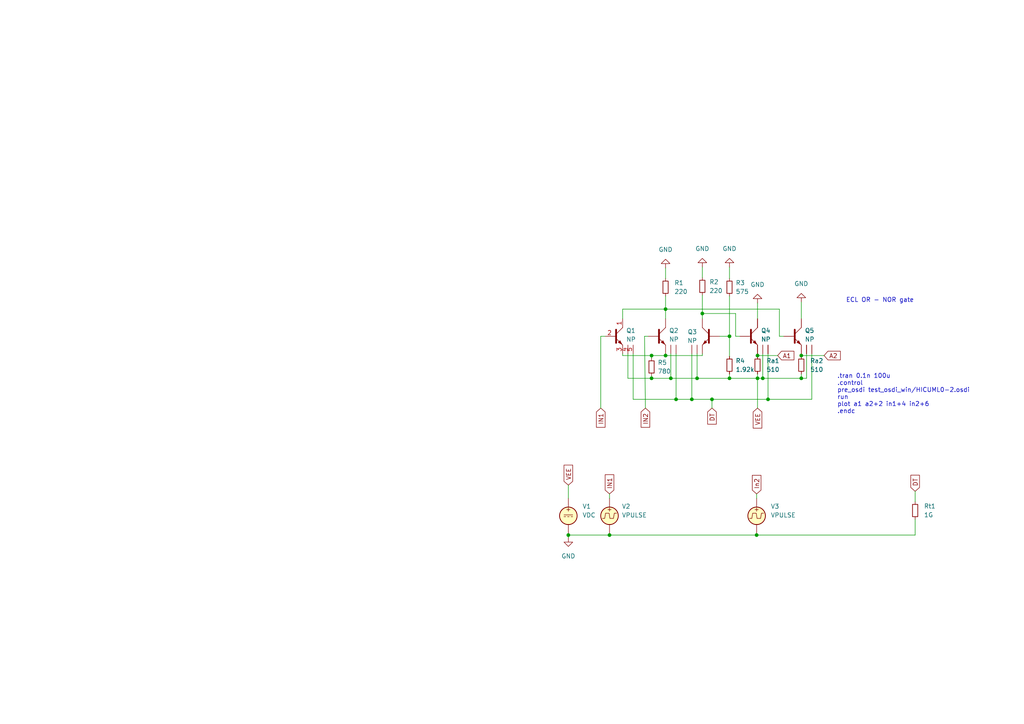
<source format=kicad_sch>
(kicad_sch (version 20211123) (generator eeschema)

  (uuid 35461762-06be-4c9e-bf12-e38db35c4dcf)

  (paper "A4")

  (lib_symbols
    (symbol "BCV61_1" (pin_names (offset 0) hide) (in_bom yes) (on_board yes)
      (property "Reference" "Q1" (id 0) (at 6.096 1.6511 0)
        (effects (font (size 1.27 1.27)) (justify left))
      )
      (property "Value" "NP" (id 1) (at 6.096 -0.8889 0)
        (effects (font (size 1.27 1.27)) (justify left))
      )
      (property "Footprint" "" (id 2) (at 0 0 0)
        (effects (font (size 1.27 1.27) italic) hide)
      )
      (property "Datasheet" "" (id 3) (at -2.54 0 0)
        (effects (font (size 1.27 1.27)) (justify left) hide)
      )
      (property "Spice_Primitive" "Q" (id 4) (at 0 0 0)
        (effects (font (size 1.27 1.27)) hide)
      )
      (property "Spice_Model" "NP" (id 5) (at 0 0 0)
        (effects (font (size 1.27 1.27)) hide)
      )
      (property "Spice_Netlist_Enabled" "Y" (id 6) (at 0 0 0)
        (effects (font (size 1.27 1.27)) hide)
      )
      (property "Spice_Lib_File" "bipmod.lib" (id 7) (at 0 0 0)
        (effects (font (size 1.27 1.27)) hide)
      )
      (property "ki_keywords" "Transistor Double NPN" (id 8) (at 0 0 0)
        (effects (font (size 1.27 1.27)) hide)
      )
      (property "ki_description" "100mA IC, 30V Vce, Double NPN Transistors, Current mirror configuration, SOT-143" (id 9) (at 0 0 0)
        (effects (font (size 1.27 1.27)) hide)
      )
      (property "ki_fp_filters" "SOT?143*" (id 10) (at 0 0 0)
        (effects (font (size 1.27 1.27)) hide)
      )
      (symbol "BCV61_1_0_0"
        (pin passive line (at 6.604 -5.08 90) (length 2.54)
          (name "S" (effects (font (size 1.27 1.27))))
          (number "4" (effects (font (size 1.27 1.27))))
        )
        (pin passive line (at 8.128 -5.08 90) (length 2.54)
          (name "DT" (effects (font (size 1.27 1.27))))
          (number "5" (effects (font (size 1.27 1.27))))
        )
      )
      (symbol "BCV61_1_0_1"
        (polyline
          (pts
            (xy 2.54 0)
            (xy 3.302 0)
          )
          (stroke (width 0.1524) (type default) (color 0 0 0 0))
          (fill (type none))
        )
        (polyline
          (pts
            (xy 5.08 -2.54)
            (xy 3.175 -0.635)
          )
          (stroke (width 0) (type default) (color 0 0 0 0))
          (fill (type none))
        )
        (polyline
          (pts
            (xy 5.08 2.54)
            (xy 3.175 0.635)
          )
          (stroke (width 0) (type default) (color 0 0 0 0))
          (fill (type none))
        )
        (polyline
          (pts
            (xy 3.175 -1.905)
            (xy 3.175 1.905)
            (xy 3.175 1.905)
          )
          (stroke (width 0.508) (type default) (color 0 0 0 0))
          (fill (type outline))
        )
        (polyline
          (pts
            (xy 3.81 -1.778)
            (xy 4.318 -1.27)
            (xy 4.826 -2.286)
            (xy 3.81 -1.778)
            (xy 3.81 -1.778)
          )
          (stroke (width 0) (type default) (color 0 0 0 0))
          (fill (type outline))
        )
      )
      (symbol "BCV61_1_1_1"
        (pin passive line (at 5.08 5.08 270) (length 2.54)
          (name "C" (effects (font (size 1.27 1.27))))
          (number "1" (effects (font (size 1.27 1.27))))
        )
        (pin passive line (at 0 0 0) (length 2.54)
          (name "B" (effects (font (size 1.27 1.27))))
          (number "2" (effects (font (size 1.27 1.27))))
        )
        (pin passive line (at 5.08 -5.08 90) (length 2.54)
          (name "E" (effects (font (size 1.27 1.27))))
          (number "3" (effects (font (size 1.27 1.27))))
        )
      )
    )
    (symbol "Device:R_Small" (pin_numbers hide) (pin_names (offset 0.254) hide) (in_bom yes) (on_board yes)
      (property "Reference" "R" (id 0) (at 0.762 0.508 0)
        (effects (font (size 1.27 1.27)) (justify left))
      )
      (property "Value" "R_Small" (id 1) (at 0.762 -1.016 0)
        (effects (font (size 1.27 1.27)) (justify left))
      )
      (property "Footprint" "" (id 2) (at 0 0 0)
        (effects (font (size 1.27 1.27)) hide)
      )
      (property "Datasheet" "~" (id 3) (at 0 0 0)
        (effects (font (size 1.27 1.27)) hide)
      )
      (property "ki_keywords" "R resistor" (id 4) (at 0 0 0)
        (effects (font (size 1.27 1.27)) hide)
      )
      (property "ki_description" "Resistor, small symbol" (id 5) (at 0 0 0)
        (effects (font (size 1.27 1.27)) hide)
      )
      (property "ki_fp_filters" "R_*" (id 6) (at 0 0 0)
        (effects (font (size 1.27 1.27)) hide)
      )
      (symbol "R_Small_0_1"
        (rectangle (start -0.762 1.778) (end 0.762 -1.778)
          (stroke (width 0.2032) (type default) (color 0 0 0 0))
          (fill (type none))
        )
      )
      (symbol "R_Small_1_1"
        (pin passive line (at 0 2.54 270) (length 0.762)
          (name "~" (effects (font (size 1.27 1.27))))
          (number "1" (effects (font (size 1.27 1.27))))
        )
        (pin passive line (at 0 -2.54 90) (length 0.762)
          (name "~" (effects (font (size 1.27 1.27))))
          (number "2" (effects (font (size 1.27 1.27))))
        )
      )
    )
    (symbol "ECL_Bip:npn" (pin_numbers hide) (pin_names (offset 0) hide) (in_bom yes) (on_board yes)
      (property "Reference" "Q1" (id 0) (at 6.096 1.6511 0)
        (effects (font (size 1.27 1.27)) (justify left))
      )
      (property "Value" "npn" (id 1) (at 6.096 -0.8889 0)
        (effects (font (size 1.27 1.27)) (justify left))
      )
      (property "Footprint" "" (id 2) (at 0 0 0)
        (effects (font (size 1.27 1.27) italic) hide)
      )
      (property "Datasheet" "" (id 3) (at -2.54 0 0)
        (effects (font (size 1.27 1.27)) (justify left) hide)
      )
      (property "Spice_Primitive" "Q" (id 4) (at 0 0 0)
        (effects (font (size 1.27 1.27)) hide)
      )
      (property "Spice_Model" "NP" (id 5) (at 0 0 0)
        (effects (font (size 1.27 1.27)) hide)
      )
      (property "Spice_Netlist_Enabled" "Y" (id 6) (at 0 0 0)
        (effects (font (size 1.27 1.27)) hide)
      )
      (property "Spice_Lib_File" "bipmod.lib" (id 7) (at 0 0 0)
        (effects (font (size 1.27 1.27)) hide)
      )
      (property "ki_keywords" "Transistor Double NPN" (id 8) (at 0 0 0)
        (effects (font (size 1.27 1.27)) hide)
      )
      (property "ki_description" "100mA IC, 30V Vce, Double NPN Transistors, Current mirror configuration, SOT-143" (id 9) (at 0 0 0)
        (effects (font (size 1.27 1.27)) hide)
      )
      (property "ki_fp_filters" "SOT?143*" (id 10) (at 0 0 0)
        (effects (font (size 1.27 1.27)) hide)
      )
      (symbol "npn_0_0"
        (pin passive line (at 6.604 -5.08 90) (length 2.54)
          (name "S" (effects (font (size 1.27 1.27))))
          (number "4" (effects (font (size 1.27 1.27))))
        )
        (pin passive line (at 8.128 -5.08 90) (length 2.54)
          (name "DT" (effects (font (size 1.27 1.27))))
          (number "5" (effects (font (size 1.27 1.27))))
        )
      )
      (symbol "npn_0_1"
        (polyline
          (pts
            (xy 2.54 0)
            (xy 3.302 0)
          )
          (stroke (width 0.1524) (type default) (color 0 0 0 0))
          (fill (type none))
        )
        (polyline
          (pts
            (xy 5.08 -2.54)
            (xy 3.175 -0.635)
          )
          (stroke (width 0) (type default) (color 0 0 0 0))
          (fill (type none))
        )
        (polyline
          (pts
            (xy 5.08 2.54)
            (xy 3.175 0.635)
          )
          (stroke (width 0) (type default) (color 0 0 0 0))
          (fill (type none))
        )
        (polyline
          (pts
            (xy 3.175 -1.905)
            (xy 3.175 1.905)
            (xy 3.175 1.905)
          )
          (stroke (width 0.508) (type default) (color 0 0 0 0))
          (fill (type outline))
        )
        (polyline
          (pts
            (xy 3.81 -1.778)
            (xy 4.318 -1.27)
            (xy 4.826 -2.286)
            (xy 3.81 -1.778)
            (xy 3.81 -1.778)
          )
          (stroke (width 0) (type default) (color 0 0 0 0))
          (fill (type outline))
        )
      )
      (symbol "npn_1_1"
        (pin passive line (at 5.08 5.08 270) (length 2.54)
          (name "C" (effects (font (size 1.27 1.27))))
          (number "1" (effects (font (size 1.27 1.27))))
        )
        (pin passive line (at 0 0 0) (length 2.54)
          (name "B" (effects (font (size 1.27 1.27))))
          (number "2" (effects (font (size 1.27 1.27))))
        )
        (pin passive line (at 5.08 -5.08 90) (length 2.54)
          (name "E" (effects (font (size 1.27 1.27))))
          (number "3" (effects (font (size 1.27 1.27))))
        )
      )
    )
    (symbol "Simulation_SPICE:VDC" (pin_numbers hide) (pin_names (offset 0.0254)) (in_bom yes) (on_board yes)
      (property "Reference" "V" (id 0) (at 2.54 2.54 0)
        (effects (font (size 1.27 1.27)) (justify left))
      )
      (property "Value" "VDC" (id 1) (at 2.54 0 0)
        (effects (font (size 1.27 1.27)) (justify left))
      )
      (property "Footprint" "" (id 2) (at 0 0 0)
        (effects (font (size 1.27 1.27)) hide)
      )
      (property "Datasheet" "~" (id 3) (at 0 0 0)
        (effects (font (size 1.27 1.27)) hide)
      )
      (property "Spice_Netlist_Enabled" "Y" (id 4) (at 0 0 0)
        (effects (font (size 1.27 1.27)) (justify left) hide)
      )
      (property "Spice_Primitive" "V" (id 5) (at 0 0 0)
        (effects (font (size 1.27 1.27)) (justify left) hide)
      )
      (property "Spice_Model" "dc(1)" (id 6) (at 2.54 -2.54 0)
        (effects (font (size 1.27 1.27)) (justify left))
      )
      (property "ki_keywords" "simulation" (id 7) (at 0 0 0)
        (effects (font (size 1.27 1.27)) hide)
      )
      (property "ki_description" "Voltage source, DC" (id 8) (at 0 0 0)
        (effects (font (size 1.27 1.27)) hide)
      )
      (symbol "VDC_0_0"
        (polyline
          (pts
            (xy -1.27 0.254)
            (xy 1.27 0.254)
          )
          (stroke (width 0) (type default) (color 0 0 0 0))
          (fill (type none))
        )
        (polyline
          (pts
            (xy -0.762 -0.254)
            (xy -1.27 -0.254)
          )
          (stroke (width 0) (type default) (color 0 0 0 0))
          (fill (type none))
        )
        (polyline
          (pts
            (xy 0.254 -0.254)
            (xy -0.254 -0.254)
          )
          (stroke (width 0) (type default) (color 0 0 0 0))
          (fill (type none))
        )
        (polyline
          (pts
            (xy 1.27 -0.254)
            (xy 0.762 -0.254)
          )
          (stroke (width 0) (type default) (color 0 0 0 0))
          (fill (type none))
        )
        (text "+" (at 0 1.905 0)
          (effects (font (size 1.27 1.27)))
        )
      )
      (symbol "VDC_0_1"
        (circle (center 0 0) (radius 2.54)
          (stroke (width 0.254) (type default) (color 0 0 0 0))
          (fill (type background))
        )
      )
      (symbol "VDC_1_1"
        (pin passive line (at 0 5.08 270) (length 2.54)
          (name "~" (effects (font (size 1.27 1.27))))
          (number "1" (effects (font (size 1.27 1.27))))
        )
        (pin passive line (at 0 -5.08 90) (length 2.54)
          (name "~" (effects (font (size 1.27 1.27))))
          (number "2" (effects (font (size 1.27 1.27))))
        )
      )
    )
    (symbol "Simulation_SPICE:VPULSE" (pin_numbers hide) (pin_names (offset 0.0254)) (in_bom yes) (on_board yes)
      (property "Reference" "V" (id 0) (at 2.54 2.54 0)
        (effects (font (size 1.27 1.27)) (justify left))
      )
      (property "Value" "VPULSE" (id 1) (at 2.54 0 0)
        (effects (font (size 1.27 1.27)) (justify left))
      )
      (property "Footprint" "" (id 2) (at 0 0 0)
        (effects (font (size 1.27 1.27)) hide)
      )
      (property "Datasheet" "~" (id 3) (at 0 0 0)
        (effects (font (size 1.27 1.27)) hide)
      )
      (property "Spice_Netlist_Enabled" "Y" (id 4) (at 0 0 0)
        (effects (font (size 1.27 1.27)) (justify left) hide)
      )
      (property "Spice_Primitive" "V" (id 5) (at 0 0 0)
        (effects (font (size 1.27 1.27)) (justify left) hide)
      )
      (property "Spice_Model" "pulse(0 1 2n 2n 2n 50n 100n)" (id 6) (at 2.54 -2.54 0)
        (effects (font (size 1.27 1.27)) (justify left))
      )
      (property "ki_keywords" "simulation" (id 7) (at 0 0 0)
        (effects (font (size 1.27 1.27)) hide)
      )
      (property "ki_description" "Voltage source, pulse" (id 8) (at 0 0 0)
        (effects (font (size 1.27 1.27)) hide)
      )
      (symbol "VPULSE_0_0"
        (polyline
          (pts
            (xy -2.032 -0.762)
            (xy -1.397 -0.762)
            (xy -1.143 0.762)
            (xy -0.127 0.762)
            (xy 0.127 -0.762)
            (xy 1.143 -0.762)
            (xy 1.397 0.762)
            (xy 2.032 0.762)
          )
          (stroke (width 0) (type default) (color 0 0 0 0))
          (fill (type none))
        )
        (text "+" (at 0 1.905 0)
          (effects (font (size 1.27 1.27)))
        )
      )
      (symbol "VPULSE_0_1"
        (circle (center 0 0) (radius 2.54)
          (stroke (width 0.254) (type default) (color 0 0 0 0))
          (fill (type background))
        )
      )
      (symbol "VPULSE_1_1"
        (pin passive line (at 0 5.08 270) (length 2.54)
          (name "~" (effects (font (size 1.27 1.27))))
          (number "1" (effects (font (size 1.27 1.27))))
        )
        (pin passive line (at 0 -5.08 90) (length 2.54)
          (name "~" (effects (font (size 1.27 1.27))))
          (number "2" (effects (font (size 1.27 1.27))))
        )
      )
    )
    (symbol "power:GND" (power) (pin_names (offset 0)) (in_bom yes) (on_board yes)
      (property "Reference" "#PWR" (id 0) (at 0 -6.35 0)
        (effects (font (size 1.27 1.27)) hide)
      )
      (property "Value" "GND" (id 1) (at 0 -3.81 0)
        (effects (font (size 1.27 1.27)))
      )
      (property "Footprint" "" (id 2) (at 0 0 0)
        (effects (font (size 1.27 1.27)) hide)
      )
      (property "Datasheet" "" (id 3) (at 0 0 0)
        (effects (font (size 1.27 1.27)) hide)
      )
      (property "ki_keywords" "power-flag" (id 4) (at 0 0 0)
        (effects (font (size 1.27 1.27)) hide)
      )
      (property "ki_description" "Power symbol creates a global label with name \"GND\" , ground" (id 5) (at 0 0 0)
        (effects (font (size 1.27 1.27)) hide)
      )
      (symbol "GND_0_1"
        (polyline
          (pts
            (xy 0 0)
            (xy 0 -1.27)
            (xy 1.27 -1.27)
            (xy 0 -2.54)
            (xy -1.27 -1.27)
            (xy 0 -1.27)
          )
          (stroke (width 0) (type default) (color 0 0 0 0))
          (fill (type none))
        )
      )
      (symbol "GND_1_1"
        (pin power_in line (at 0 0 270) (length 0) hide
          (name "GND" (effects (font (size 1.27 1.27))))
          (number "1" (effects (font (size 1.27 1.27))))
        )
      )
    )
  )

  (junction (at 211.582 97.536) (diameter 0) (color 0 0 0 0)
    (uuid 0684d741-5ff3-4114-8c9b-84389e30d30f)
  )
  (junction (at 232.41 103.124) (diameter 0) (color 0 0 0 0)
    (uuid 0f5b0a0e-2d33-4722-bea5-0ee7b2154aae)
  )
  (junction (at 222.758 115.824) (diameter 0) (color 0 0 0 0)
    (uuid 1c4a66e8-d928-4d31-874c-58cf83672eee)
  )
  (junction (at 219.71 109.728) (diameter 0) (color 0 0 0 0)
    (uuid 2dc5d3f4-3fa9-432c-8e3b-cd2e42e99027)
  )
  (junction (at 200.66 115.824) (diameter 0) (color 0 0 0 0)
    (uuid 2dec6fc6-7b8d-437b-a1d0-24f0b89ec767)
  )
  (junction (at 202.184 109.728) (diameter 0) (color 0 0 0 0)
    (uuid 3bb1dfb1-f615-4071-acc3-a2d879574938)
  )
  (junction (at 221.234 109.728) (diameter 0) (color 0 0 0 0)
    (uuid 4a27f3c0-82d8-4823-a7b1-c119f4ffdd9b)
  )
  (junction (at 219.71 103.124) (diameter 0) (color 0 0 0 0)
    (uuid 6789eec5-9cc2-4f81-b1aa-eebbdf94146a)
  )
  (junction (at 196.088 115.824) (diameter 0) (color 0 0 0 0)
    (uuid 6d60b219-67de-4346-85ee-060ef6a9e05d)
  )
  (junction (at 193.04 89.662) (diameter 0) (color 0 0 0 0)
    (uuid 7a00e1f5-29a9-427b-a9f8-60675cc94767)
  )
  (junction (at 194.564 109.728) (diameter 0) (color 0 0 0 0)
    (uuid 826b4187-bc5e-4fec-8662-6c167311f3a4)
  )
  (junction (at 188.976 103.124) (diameter 0) (color 0 0 0 0)
    (uuid 977f267b-8005-426f-87c6-c23217c4f0e6)
  )
  (junction (at 232.41 109.728) (diameter 0) (color 0 0 0 0)
    (uuid aec51f6b-1185-4684-b79a-4ab685883505)
  )
  (junction (at 211.582 109.728) (diameter 0) (color 0 0 0 0)
    (uuid b5803199-ec78-4352-a6a1-61cfc605bfee)
  )
  (junction (at 188.976 109.728) (diameter 0) (color 0 0 0 0)
    (uuid b9f6c0eb-1281-469e-a359-57f089bd3ec6)
  )
  (junction (at 164.846 155.194) (diameter 0) (color 0 0 0 0)
    (uuid c032682d-47de-4a10-9147-1cd2a9cdea56)
  )
  (junction (at 193.04 103.124) (diameter 0) (color 0 0 0 0)
    (uuid c40b1ba9-2a4a-45d3-ab1c-91a0879cd2d5)
  )
  (junction (at 219.456 155.194) (diameter 0) (color 0 0 0 0)
    (uuid c97dec4d-8752-43c1-a7fd-03ba9f51b386)
  )
  (junction (at 176.784 155.194) (diameter 0) (color 0 0 0 0)
    (uuid d2af3abd-0806-427e-8618-d703b8c9612e)
  )
  (junction (at 206.502 115.824) (diameter 0) (color 0 0 0 0)
    (uuid d2ff4cf1-bfff-4493-86cf-b5063aa3abf7)
  )
  (junction (at 203.708 90.932) (diameter 0) (color 0 0 0 0)
    (uuid f6736668-3e7e-4f0c-b6f7-e15841520f4c)
  )

  (wire (pts (xy 219.456 155.194) (xy 265.43 155.194))
    (stroke (width 0) (type default) (color 0 0 0 0))
    (uuid 00875483-45c3-4f98-b24c-849b009291fa)
  )
  (wire (pts (xy 180.594 89.662) (xy 193.04 89.662))
    (stroke (width 0) (type default) (color 0 0 0 0))
    (uuid 0980cd28-657b-4351-875b-7204fef53cdc)
  )
  (wire (pts (xy 219.71 109.728) (xy 221.234 109.728))
    (stroke (width 0) (type default) (color 0 0 0 0))
    (uuid 194ef384-fc2d-47db-afeb-5c7a2f4e2828)
  )
  (wire (pts (xy 206.502 115.824) (xy 222.758 115.824))
    (stroke (width 0) (type default) (color 0 0 0 0))
    (uuid 1a68afa9-6952-45b5-bc3d-559f2a01ff3d)
  )
  (wire (pts (xy 211.582 97.536) (xy 211.582 103.378))
    (stroke (width 0) (type default) (color 0 0 0 0))
    (uuid 264ebba5-4ffd-419b-aadd-06555a2786ee)
  )
  (wire (pts (xy 187.96 97.536) (xy 186.944 97.536))
    (stroke (width 0) (type default) (color 0 0 0 0))
    (uuid 2a7e2903-744c-41c8-95ec-8b8905df9452)
  )
  (wire (pts (xy 265.43 155.194) (xy 265.43 150.622))
    (stroke (width 0) (type default) (color 0 0 0 0))
    (uuid 2bab882c-c2dd-4089-8141-21586ce321ea)
  )
  (wire (pts (xy 200.66 115.824) (xy 200.66 102.616))
    (stroke (width 0) (type default) (color 0 0 0 0))
    (uuid 2e8816fb-0fdc-4586-ab7d-784e5dba36e3)
  )
  (wire (pts (xy 193.04 85.852) (xy 193.04 89.662))
    (stroke (width 0) (type default) (color 0 0 0 0))
    (uuid 35066d8c-477a-4d75-90af-e6f8d321ab57)
  )
  (wire (pts (xy 183.642 115.824) (xy 196.088 115.824))
    (stroke (width 0) (type default) (color 0 0 0 0))
    (uuid 39f9f534-b057-4f7f-b086-714f2db90f75)
  )
  (wire (pts (xy 182.118 109.728) (xy 182.118 102.616))
    (stroke (width 0) (type default) (color 0 0 0 0))
    (uuid 3ad13eb3-7049-4c1c-9df4-8f9faafcc99a)
  )
  (wire (pts (xy 233.934 109.728) (xy 232.41 109.728))
    (stroke (width 0) (type default) (color 0 0 0 0))
    (uuid 42c14f0d-fed8-493b-af00-2bc97096cb26)
  )
  (wire (pts (xy 232.41 87.63) (xy 232.41 92.456))
    (stroke (width 0) (type default) (color 0 0 0 0))
    (uuid 454714c2-928c-4bc1-af8a-2c59293d8dfd)
  )
  (wire (pts (xy 193.04 89.662) (xy 193.04 92.456))
    (stroke (width 0) (type default) (color 0 0 0 0))
    (uuid 46edf374-53b6-423b-97e9-9d65c8088419)
  )
  (wire (pts (xy 211.582 97.536) (xy 208.788 97.536))
    (stroke (width 0) (type default) (color 0 0 0 0))
    (uuid 4a054c66-107b-4603-8ab6-598a91eaf473)
  )
  (wire (pts (xy 219.71 108.458) (xy 219.71 109.728))
    (stroke (width 0) (type default) (color 0 0 0 0))
    (uuid 5192b0a4-f24a-4762-a05c-510c5aca5325)
  )
  (wire (pts (xy 219.71 109.728) (xy 211.582 109.728))
    (stroke (width 0) (type default) (color 0 0 0 0))
    (uuid 5494df99-b290-48a3-a953-2ab75c0261df)
  )
  (wire (pts (xy 232.41 108.458) (xy 232.41 109.728))
    (stroke (width 0) (type default) (color 0 0 0 0))
    (uuid 5b6d5e91-1947-462a-be34-20736206de55)
  )
  (wire (pts (xy 164.846 154.686) (xy 164.846 155.194))
    (stroke (width 0) (type default) (color 0 0 0 0))
    (uuid 5b922453-3207-4dc8-877f-f7b38e19f028)
  )
  (wire (pts (xy 232.41 103.124) (xy 232.41 103.378))
    (stroke (width 0) (type default) (color 0 0 0 0))
    (uuid 6708201b-f564-4f7e-904a-61e7009295b1)
  )
  (wire (pts (xy 226.06 89.662) (xy 226.06 97.536))
    (stroke (width 0) (type default) (color 0 0 0 0))
    (uuid 6a131af5-0560-4692-a7f2-203cb05be847)
  )
  (wire (pts (xy 221.234 102.616) (xy 221.234 109.728))
    (stroke (width 0) (type default) (color 0 0 0 0))
    (uuid 6b52408f-c0c4-41a5-987a-a8aca978b1d3)
  )
  (wire (pts (xy 196.088 115.824) (xy 196.088 102.616))
    (stroke (width 0) (type default) (color 0 0 0 0))
    (uuid 6c5d2c2e-45f3-4c91-bdb9-bcaa58739e40)
  )
  (wire (pts (xy 183.642 102.616) (xy 183.642 115.824))
    (stroke (width 0) (type default) (color 0 0 0 0))
    (uuid 710a97fd-b511-47c3-8ea3-2d211732e704)
  )
  (wire (pts (xy 188.976 109.728) (xy 188.976 108.966))
    (stroke (width 0) (type default) (color 0 0 0 0))
    (uuid 71c7c9f9-d025-4107-af85-596f6c4681dc)
  )
  (wire (pts (xy 219.71 87.884) (xy 219.71 92.456))
    (stroke (width 0) (type default) (color 0 0 0 0))
    (uuid 747dc897-212b-4ea3-b259-e36156f033da)
  )
  (wire (pts (xy 194.564 102.616) (xy 194.564 109.728))
    (stroke (width 0) (type default) (color 0 0 0 0))
    (uuid 780a117b-871b-4189-a953-7679fcbb961b)
  )
  (wire (pts (xy 213.36 97.536) (xy 214.63 97.536))
    (stroke (width 0) (type default) (color 0 0 0 0))
    (uuid 7b14a69f-01af-4491-a9ef-bce227daad57)
  )
  (wire (pts (xy 203.708 90.932) (xy 213.36 90.932))
    (stroke (width 0) (type default) (color 0 0 0 0))
    (uuid 7d760369-7e70-46a5-abd0-9417084adba9)
  )
  (wire (pts (xy 193.04 103.124) (xy 193.04 102.616))
    (stroke (width 0) (type default) (color 0 0 0 0))
    (uuid 8253ae55-9c6b-41a9-bb61-5816ef6c8ab1)
  )
  (wire (pts (xy 232.41 103.124) (xy 239.014 103.124))
    (stroke (width 0) (type default) (color 0 0 0 0))
    (uuid 82bb12db-a3cd-4661-8175-d4bdaf95e604)
  )
  (wire (pts (xy 176.784 154.686) (xy 176.784 155.194))
    (stroke (width 0) (type default) (color 0 0 0 0))
    (uuid 95d8701b-63b2-4acb-926c-658ec8beccb4)
  )
  (wire (pts (xy 233.934 102.616) (xy 233.934 109.728))
    (stroke (width 0) (type default) (color 0 0 0 0))
    (uuid 9633644f-d362-46f7-9f7f-b645ea922d1b)
  )
  (wire (pts (xy 219.71 102.616) (xy 219.71 103.124))
    (stroke (width 0) (type default) (color 0 0 0 0))
    (uuid 96478ee1-1037-4845-aebe-86162d2a90d0)
  )
  (wire (pts (xy 203.708 90.932) (xy 203.708 92.456))
    (stroke (width 0) (type default) (color 0 0 0 0))
    (uuid 978f2183-d993-4343-8521-f608c3c99040)
  )
  (wire (pts (xy 219.456 154.686) (xy 219.456 155.194))
    (stroke (width 0) (type default) (color 0 0 0 0))
    (uuid 9c2c6c9b-b12b-4e05-8ada-b62656a14f3b)
  )
  (wire (pts (xy 221.234 109.728) (xy 232.41 109.728))
    (stroke (width 0) (type default) (color 0 0 0 0))
    (uuid 9fe9d75a-77e1-4fe2-8361-ccaa857004a8)
  )
  (wire (pts (xy 232.41 102.616) (xy 232.41 103.124))
    (stroke (width 0) (type default) (color 0 0 0 0))
    (uuid a022980e-e493-4b77-993e-3a7697f738fd)
  )
  (wire (pts (xy 175.514 97.536) (xy 174.244 97.536))
    (stroke (width 0) (type default) (color 0 0 0 0))
    (uuid a1339963-7d04-482b-87c3-6c6fbe25a00a)
  )
  (wire (pts (xy 174.244 97.536) (xy 174.244 118.364))
    (stroke (width 0) (type default) (color 0 0 0 0))
    (uuid a71af2e6-5b3e-440d-a645-5cb65d91efdd)
  )
  (wire (pts (xy 211.582 77.47) (xy 211.582 80.772))
    (stroke (width 0) (type default) (color 0 0 0 0))
    (uuid a738165e-4efb-4d05-8209-2f9ec8d7c031)
  )
  (wire (pts (xy 176.784 155.194) (xy 219.456 155.194))
    (stroke (width 0) (type default) (color 0 0 0 0))
    (uuid a7a542ae-7326-4871-b67a-e969c1c06c75)
  )
  (wire (pts (xy 211.582 109.728) (xy 202.184 109.728))
    (stroke (width 0) (type default) (color 0 0 0 0))
    (uuid ab8e9d6b-045d-4844-8c2e-27bf11d6113a)
  )
  (wire (pts (xy 164.846 155.194) (xy 164.846 155.956))
    (stroke (width 0) (type default) (color 0 0 0 0))
    (uuid acb8d099-301c-4668-9f33-fa5ebff3f3e4)
  )
  (wire (pts (xy 186.944 97.536) (xy 187.198 118.364))
    (stroke (width 0) (type default) (color 0 0 0 0))
    (uuid ae36b0bd-754f-4116-85d6-a7bcb6314393)
  )
  (wire (pts (xy 180.594 103.124) (xy 180.594 102.616))
    (stroke (width 0) (type default) (color 0 0 0 0))
    (uuid b0dcc757-94a1-4a2d-b743-8e153bde75c9)
  )
  (wire (pts (xy 219.71 103.124) (xy 219.71 103.378))
    (stroke (width 0) (type default) (color 0 0 0 0))
    (uuid b1021bb3-e398-42cc-a993-6aa705345fa4)
  )
  (wire (pts (xy 219.71 109.728) (xy 219.71 118.364))
    (stroke (width 0) (type default) (color 0 0 0 0))
    (uuid b388f4ae-22bc-4cc1-b638-64ba5596e2b8)
  )
  (wire (pts (xy 180.594 92.456) (xy 180.594 89.662))
    (stroke (width 0) (type default) (color 0 0 0 0))
    (uuid b3ec92e6-87f6-41e5-84e8-b6e8b471e189)
  )
  (wire (pts (xy 188.976 109.728) (xy 182.118 109.728))
    (stroke (width 0) (type default) (color 0 0 0 0))
    (uuid b57939ca-e2bc-4816-8109-0fb3ce49001c)
  )
  (wire (pts (xy 222.758 115.824) (xy 222.758 102.616))
    (stroke (width 0) (type default) (color 0 0 0 0))
    (uuid b8c6ea50-b015-4911-8293-28cb56aa096e)
  )
  (wire (pts (xy 235.458 102.616) (xy 235.458 115.824))
    (stroke (width 0) (type default) (color 0 0 0 0))
    (uuid b8df777a-b286-46cc-926f-84b9c8c73fc6)
  )
  (wire (pts (xy 202.184 109.728) (xy 194.564 109.728))
    (stroke (width 0) (type default) (color 0 0 0 0))
    (uuid bbefcbbb-1436-4b2f-850c-283bab6c9775)
  )
  (wire (pts (xy 206.502 115.824) (xy 206.502 118.364))
    (stroke (width 0) (type default) (color 0 0 0 0))
    (uuid c061bc3e-77a9-48f1-a2cf-cc8a73dcdb68)
  )
  (wire (pts (xy 164.846 140.716) (xy 164.846 144.526))
    (stroke (width 0) (type default) (color 0 0 0 0))
    (uuid c29503b5-f484-4e25-8e55-afb2efffb67c)
  )
  (wire (pts (xy 211.582 109.728) (xy 211.582 108.458))
    (stroke (width 0) (type default) (color 0 0 0 0))
    (uuid c4062a06-3f48-4a44-a16c-56729b1d41b8)
  )
  (wire (pts (xy 211.582 85.852) (xy 211.582 97.536))
    (stroke (width 0) (type default) (color 0 0 0 0))
    (uuid c620e686-e209-401f-a088-062c044822be)
  )
  (wire (pts (xy 219.71 103.124) (xy 225.552 103.124))
    (stroke (width 0) (type default) (color 0 0 0 0))
    (uuid c806b44f-3fcb-4e3a-8480-b995873ff343)
  )
  (wire (pts (xy 202.184 102.616) (xy 202.184 109.728))
    (stroke (width 0) (type default) (color 0 0 0 0))
    (uuid cc4550e1-1f49-4910-a194-2c8759e14836)
  )
  (wire (pts (xy 235.458 115.824) (xy 222.758 115.824))
    (stroke (width 0) (type default) (color 0 0 0 0))
    (uuid ccd3dfc1-2d1a-4df7-b0cb-c6c46bcee948)
  )
  (wire (pts (xy 193.04 103.124) (xy 188.976 103.124))
    (stroke (width 0) (type default) (color 0 0 0 0))
    (uuid cd77e026-a1bc-42fc-b0ab-6be2477fb437)
  )
  (wire (pts (xy 219.456 143.256) (xy 219.456 144.526))
    (stroke (width 0) (type default) (color 0 0 0 0))
    (uuid d2f0ac22-e239-41a2-ac02-2a7cdc2c5a73)
  )
  (wire (pts (xy 193.04 89.662) (xy 226.06 89.662))
    (stroke (width 0) (type default) (color 0 0 0 0))
    (uuid d33ea947-5d19-43fd-ae21-c296b5a127b0)
  )
  (wire (pts (xy 176.784 143.256) (xy 176.784 144.526))
    (stroke (width 0) (type default) (color 0 0 0 0))
    (uuid d6379ce4-bd15-4963-96ea-658aa90f8554)
  )
  (wire (pts (xy 213.36 90.932) (xy 213.36 97.536))
    (stroke (width 0) (type default) (color 0 0 0 0))
    (uuid d6db51e1-ff9a-4d86-8d14-d97269dbacd5)
  )
  (wire (pts (xy 200.66 115.824) (xy 206.502 115.824))
    (stroke (width 0) (type default) (color 0 0 0 0))
    (uuid d7606e16-52c0-48db-a807-deca8d3b915b)
  )
  (wire (pts (xy 203.708 103.124) (xy 193.04 103.124))
    (stroke (width 0) (type default) (color 0 0 0 0))
    (uuid d9fde6f0-f0e7-446b-8742-f3b073e30057)
  )
  (wire (pts (xy 188.976 103.124) (xy 180.594 103.124))
    (stroke (width 0) (type default) (color 0 0 0 0))
    (uuid e0dd8784-17fd-4c99-9956-cdb78619821b)
  )
  (wire (pts (xy 194.564 109.728) (xy 188.976 109.728))
    (stroke (width 0) (type default) (color 0 0 0 0))
    (uuid e103adbf-6b0d-4b39-b5f2-3016da9ef383)
  )
  (wire (pts (xy 265.43 142.494) (xy 265.43 145.542))
    (stroke (width 0) (type default) (color 0 0 0 0))
    (uuid eb07d369-ebbc-4a56-9ab4-1fee43df9d11)
  )
  (wire (pts (xy 188.976 103.124) (xy 188.976 103.886))
    (stroke (width 0) (type default) (color 0 0 0 0))
    (uuid ee122051-37ad-4804-a8fc-db971d84a97f)
  )
  (wire (pts (xy 196.088 115.824) (xy 200.66 115.824))
    (stroke (width 0) (type default) (color 0 0 0 0))
    (uuid ef5bf0c8-502a-47fa-a257-f12e162e4368)
  )
  (wire (pts (xy 164.846 155.194) (xy 176.784 155.194))
    (stroke (width 0) (type default) (color 0 0 0 0))
    (uuid f2c69301-a926-4d63-a063-8e4e289b909a)
  )
  (wire (pts (xy 203.708 85.598) (xy 203.708 90.932))
    (stroke (width 0) (type default) (color 0 0 0 0))
    (uuid f4d3811e-5a5d-4c86-bf3d-c6b617ad8b12)
  )
  (wire (pts (xy 226.06 97.536) (xy 227.33 97.536))
    (stroke (width 0) (type default) (color 0 0 0 0))
    (uuid f4f561ee-e7b9-439e-91d0-6b709a5aa857)
  )
  (wire (pts (xy 203.708 77.47) (xy 203.708 80.518))
    (stroke (width 0) (type default) (color 0 0 0 0))
    (uuid f5d37240-2260-4788-8af9-d39be49ac5bd)
  )
  (wire (pts (xy 193.04 77.724) (xy 193.04 80.772))
    (stroke (width 0) (type default) (color 0 0 0 0))
    (uuid fa25abe0-25a2-478d-8725-f2a26e34d449)
  )
  (wire (pts (xy 203.708 102.616) (xy 203.708 103.124))
    (stroke (width 0) (type default) (color 0 0 0 0))
    (uuid fffeed8b-d6ec-4440-8197-319371f73fce)
  )

  (text "ECL OR - NOR gate" (at 245.364 87.884 0)
    (effects (font (size 1.27 1.27)) (justify left bottom))
    (uuid 323369ca-7b3f-476e-866f-1c1d7820c037)
  )
  (text ".tran 0.1n 100u\n.control\npre_osdi test_osdi_win/HICUML0-2.osdi\nrun\nplot a1 a2+2 in1+4 in2+6\n.endc"
    (at 242.824 120.142 0)
    (effects (font (size 1.27 1.27)) (justify left bottom))
    (uuid be5001b9-96d7-45a3-8a97-97b78d9916ae)
  )

  (global_label "VEE" (shape input) (at 219.71 118.364 270) (fields_autoplaced)
    (effects (font (size 1.27 1.27)) (justify right))
    (uuid 07c01282-5899-49fa-91f7-32420704d9c4)
    (property "Intersheet References" "${INTERSHEET_REFS}" (id 0) (at 219.6306 124.1638 90)
      (effects (font (size 1.27 1.27)) (justify right) hide)
    )
  )
  (global_label "IN1" (shape input) (at 176.784 143.256 90) (fields_autoplaced)
    (effects (font (size 1.27 1.27)) (justify left))
    (uuid 154eb211-ce53-4ea9-9f2d-6fba4a3e83a0)
    (property "Intersheet References" "${INTERSHEET_REFS}" (id 0) (at 176.7046 137.6981 90)
      (effects (font (size 1.27 1.27)) (justify left) hide)
    )
  )
  (global_label "A2" (shape input) (at 239.014 103.124 0) (fields_autoplaced)
    (effects (font (size 1.27 1.27)) (justify left))
    (uuid 6093cbaa-69df-402a-9e44-91fb620fd8d2)
    (property "Intersheet References" "${INTERSHEET_REFS}" (id 0) (at 243.7252 103.0446 0)
      (effects (font (size 1.27 1.27)) (justify left) hide)
    )
  )
  (global_label "IN2" (shape input) (at 187.198 118.364 270) (fields_autoplaced)
    (effects (font (size 1.27 1.27)) (justify right))
    (uuid 7f854fcb-3aaf-48b7-b542-17092e3647ee)
    (property "Intersheet References" "${INTERSHEET_REFS}" (id 0) (at 187.1186 123.9219 90)
      (effects (font (size 1.27 1.27)) (justify right) hide)
    )
  )
  (global_label "A1" (shape input) (at 225.552 103.124 0) (fields_autoplaced)
    (effects (font (size 1.27 1.27)) (justify left))
    (uuid a19bf3a5-3d1b-4847-8fae-ac1a627f073c)
    (property "Intersheet References" "${INTERSHEET_REFS}" (id 0) (at 230.2632 103.0446 0)
      (effects (font (size 1.27 1.27)) (justify left) hide)
    )
  )
  (global_label "IN1" (shape input) (at 174.244 118.364 270) (fields_autoplaced)
    (effects (font (size 1.27 1.27)) (justify right))
    (uuid a73c7562-483f-442c-a3d3-4869263c99e5)
    (property "Intersheet References" "${INTERSHEET_REFS}" (id 0) (at 174.1646 123.9219 90)
      (effects (font (size 1.27 1.27)) (justify right) hide)
    )
  )
  (global_label "VEE" (shape input) (at 164.846 140.716 90) (fields_autoplaced)
    (effects (font (size 1.27 1.27)) (justify left))
    (uuid bc1254e5-2018-4efe-a490-340ac9b4ff4e)
    (property "Intersheet References" "${INTERSHEET_REFS}" (id 0) (at 164.7666 134.9162 90)
      (effects (font (size 1.27 1.27)) (justify left) hide)
    )
  )
  (global_label "In2" (shape input) (at 219.456 143.256 90) (fields_autoplaced)
    (effects (font (size 1.27 1.27)) (justify left))
    (uuid c0d8747d-bf8f-4cd3-8dc0-e481af2a340e)
    (property "Intersheet References" "${INTERSHEET_REFS}" (id 0) (at 219.3766 137.8796 90)
      (effects (font (size 1.27 1.27)) (justify left) hide)
    )
  )
  (global_label "DT" (shape input) (at 265.43 142.494 90) (fields_autoplaced)
    (effects (font (size 1.27 1.27)) (justify left))
    (uuid ea3f90d9-c459-46f2-90bf-7f46827bc345)
    (property "Intersheet References" "${INTERSHEET_REFS}" (id 0) (at 265.3506 137.8433 90)
      (effects (font (size 1.27 1.27)) (justify left) hide)
    )
  )
  (global_label "DT" (shape input) (at 206.502 118.364 270) (fields_autoplaced)
    (effects (font (size 1.27 1.27)) (justify right))
    (uuid eb7be673-372a-4d9c-b42e-f4d585b3d45b)
    (property "Intersheet References" "${INTERSHEET_REFS}" (id 0) (at 206.4226 123.0147 90)
      (effects (font (size 1.27 1.27)) (justify right) hide)
    )
  )

  (symbol (lib_id "Device:R_Small") (at 203.708 83.058 0) (unit 1)
    (in_bom yes) (on_board yes) (fields_autoplaced)
    (uuid 07af1f29-1888-4a12-ba0c-3b04a98ff3ab)
    (property "Reference" "R2" (id 0) (at 205.74 81.7879 0)
      (effects (font (size 1.27 1.27)) (justify left))
    )
    (property "Value" "220" (id 1) (at 205.74 84.3279 0)
      (effects (font (size 1.27 1.27)) (justify left))
    )
    (property "Footprint" "" (id 2) (at 203.708 83.058 0)
      (effects (font (size 1.27 1.27)) hide)
    )
    (property "Datasheet" "~" (id 3) (at 203.708 83.058 0)
      (effects (font (size 1.27 1.27)) hide)
    )
    (pin "1" (uuid 4cfde9d8-598a-4be1-8bc3-72c27256127f))
    (pin "2" (uuid f9cd60f2-fdaa-44ee-baf3-7c09d9495434))
  )

  (symbol (lib_id "ECL_Bip:npn") (at 187.96 97.536 0) (unit 1)
    (in_bom yes) (on_board yes) (fields_autoplaced)
    (uuid 08fbd7e7-16ff-408c-8cd3-972114d11d33)
    (property "Reference" "Q2" (id 0) (at 194.056 95.8849 0)
      (effects (font (size 1.27 1.27)) (justify left))
    )
    (property "Value" "NP" (id 1) (at 194.056 98.4249 0)
      (effects (font (size 1.27 1.27)) (justify left))
    )
    (property "Footprint" "" (id 2) (at 187.96 97.536 0)
      (effects (font (size 1.27 1.27) italic) hide)
    )
    (property "Datasheet" "" (id 3) (at 185.42 97.536 0)
      (effects (font (size 1.27 1.27)) (justify left) hide)
    )
    (property "Spice_Primitive" "X" (id 4) (at 187.96 97.536 0)
      (effects (font (size 1.27 1.27)) hide)
    )
    (property "Spice_Model" "hicumL0V1p1_c_sbt" (id 5) (at 187.96 97.536 0)
      (effects (font (size 1.27 1.27)) hide)
    )
    (property "Spice_Netlist_Enabled" "Y" (id 6) (at 187.96 97.536 0)
      (effects (font (size 1.27 1.27)) hide)
    )
    (property "Spice_Lib_File" "model-card-hicumL0V1p11_mod.lib" (id 7) (at 187.96 97.536 0)
      (effects (font (size 1.27 1.27)) hide)
    )
    (pin "4" (uuid f11ebe79-902d-47f0-99c2-7adbb580de22))
    (pin "5" (uuid 1f8cf7c4-ddb1-4b2c-b0c3-1de965886f87))
    (pin "1" (uuid 9235a7c1-c054-4f4a-bd39-25068b810374))
    (pin "2" (uuid dac98dbe-c789-44ae-8eca-f4e25a106326))
    (pin "3" (uuid fd32c3e8-58ef-4ae2-b356-183c6513c053))
  )

  (symbol (lib_id "ECL_Bip:npn") (at 208.788 97.536 0) (mirror y) (unit 1)
    (in_bom yes) (on_board yes) (fields_autoplaced)
    (uuid 1139407a-c174-4d8e-9829-92fabdd4634a)
    (property "Reference" "Q3" (id 0) (at 202.184 96.2659 0)
      (effects (font (size 1.27 1.27)) (justify left))
    )
    (property "Value" "NP" (id 1) (at 202.184 98.8059 0)
      (effects (font (size 1.27 1.27)) (justify left))
    )
    (property "Footprint" "" (id 2) (at 208.788 97.536 0)
      (effects (font (size 1.27 1.27) italic) hide)
    )
    (property "Datasheet" "" (id 3) (at 211.328 97.536 0)
      (effects (font (size 1.27 1.27)) (justify left) hide)
    )
    (property "Spice_Primitive" "X" (id 4) (at 208.788 97.536 0)
      (effects (font (size 1.27 1.27)) hide)
    )
    (property "Spice_Model" "hicumL0V1p1_c_sbt" (id 5) (at 208.788 97.536 0)
      (effects (font (size 1.27 1.27)) hide)
    )
    (property "Spice_Netlist_Enabled" "Y" (id 6) (at 208.788 97.536 0)
      (effects (font (size 1.27 1.27)) hide)
    )
    (property "Spice_Lib_File" "model-card-hicumL0V1p11_mod.lib" (id 7) (at 208.788 97.536 0)
      (effects (font (size 1.27 1.27)) hide)
    )
    (pin "4" (uuid ba57784c-be23-47ec-9a64-6546cb680975))
    (pin "5" (uuid 69b1ad8e-52ff-4d61-8120-1595cd2211bd))
    (pin "1" (uuid 6f0c238a-59df-4e51-aeda-4bbe83d8c6d7))
    (pin "2" (uuid 56231d4e-76b7-4b8e-8703-801b9a8f4a89))
    (pin "3" (uuid ebe8bd5a-76d9-4ba1-93e4-4ef6682bdb7d))
  )

  (symbol (lib_id "Device:R_Small") (at 211.582 83.312 0) (unit 1)
    (in_bom yes) (on_board yes) (fields_autoplaced)
    (uuid 115b1f18-cb1a-4a19-8f8d-5eb6633801c0)
    (property "Reference" "R3" (id 0) (at 213.36 82.0419 0)
      (effects (font (size 1.27 1.27)) (justify left))
    )
    (property "Value" "575" (id 1) (at 213.36 84.5819 0)
      (effects (font (size 1.27 1.27)) (justify left))
    )
    (property "Footprint" "" (id 2) (at 211.582 83.312 0)
      (effects (font (size 1.27 1.27)) hide)
    )
    (property "Datasheet" "~" (id 3) (at 211.582 83.312 0)
      (effects (font (size 1.27 1.27)) hide)
    )
    (pin "1" (uuid ea3a0bf2-4a74-4761-ba3b-7210fcfff083))
    (pin "2" (uuid 8714f378-44a9-456f-bbbc-55a092c2bee4))
  )

  (symbol (lib_id "power:GND") (at 232.41 87.63 0) (mirror x) (unit 1)
    (in_bom yes) (on_board yes) (fields_autoplaced)
    (uuid 1524bd1d-dbcc-4cc5-957b-65e883b9e281)
    (property "Reference" "#PWR06" (id 0) (at 232.41 81.28 0)
      (effects (font (size 1.27 1.27)) hide)
    )
    (property "Value" "GND" (id 1) (at 232.41 82.296 0))
    (property "Footprint" "" (id 2) (at 232.41 87.63 0)
      (effects (font (size 1.27 1.27)) hide)
    )
    (property "Datasheet" "" (id 3) (at 232.41 87.63 0)
      (effects (font (size 1.27 1.27)) hide)
    )
    (pin "1" (uuid 5b7e755e-55d2-45a1-bc39-fedf91567987))
  )

  (symbol (lib_id "power:GND") (at 193.04 77.724 0) (mirror x) (unit 1)
    (in_bom yes) (on_board yes) (fields_autoplaced)
    (uuid 48c56c9e-b5df-4762-a850-83acfeeaf1f1)
    (property "Reference" "#PWR02" (id 0) (at 193.04 71.374 0)
      (effects (font (size 1.27 1.27)) hide)
    )
    (property "Value" "GND" (id 1) (at 193.04 72.39 0))
    (property "Footprint" "" (id 2) (at 193.04 77.724 0)
      (effects (font (size 1.27 1.27)) hide)
    )
    (property "Datasheet" "" (id 3) (at 193.04 77.724 0)
      (effects (font (size 1.27 1.27)) hide)
    )
    (pin "1" (uuid c0566903-783c-401a-abc0-74a070e41595))
  )

  (symbol (lib_id "Device:R_Small") (at 193.04 83.312 0) (unit 1)
    (in_bom yes) (on_board yes) (fields_autoplaced)
    (uuid 4b767d33-cd35-4773-b877-3aaab58a92f1)
    (property "Reference" "R1" (id 0) (at 195.58 82.0419 0)
      (effects (font (size 1.27 1.27)) (justify left))
    )
    (property "Value" "220" (id 1) (at 195.58 84.5819 0)
      (effects (font (size 1.27 1.27)) (justify left))
    )
    (property "Footprint" "" (id 2) (at 193.04 83.312 0)
      (effects (font (size 1.27 1.27)) hide)
    )
    (property "Datasheet" "~" (id 3) (at 193.04 83.312 0)
      (effects (font (size 1.27 1.27)) hide)
    )
    (pin "1" (uuid 4b230b21-3aab-4f04-b916-be0fd57f7619))
    (pin "2" (uuid 6b5648bc-dab2-4885-82b5-d37c1aecabe6))
  )

  (symbol (lib_id "Device:R_Small") (at 219.71 105.918 0) (unit 1)
    (in_bom yes) (on_board yes) (fields_autoplaced)
    (uuid 5516850d-40af-4d07-8f64-0351b6a84c2b)
    (property "Reference" "Ra1" (id 0) (at 222.25 104.6479 0)
      (effects (font (size 1.27 1.27)) (justify left))
    )
    (property "Value" "510" (id 1) (at 222.25 107.1879 0)
      (effects (font (size 1.27 1.27)) (justify left))
    )
    (property "Footprint" "" (id 2) (at 219.71 105.918 0)
      (effects (font (size 1.27 1.27)) hide)
    )
    (property "Datasheet" "~" (id 3) (at 219.71 105.918 0)
      (effects (font (size 1.27 1.27)) hide)
    )
    (pin "1" (uuid 44757d7c-2a22-4354-914d-e0706d0a64c1))
    (pin "2" (uuid 339b7e48-e047-473e-a57a-30895d3ecc47))
  )

  (symbol (lib_id "power:GND") (at 219.71 87.884 0) (mirror x) (unit 1)
    (in_bom yes) (on_board yes) (fields_autoplaced)
    (uuid 596b084e-a1aa-4959-bdd6-04d37db074ad)
    (property "Reference" "#PWR05" (id 0) (at 219.71 81.534 0)
      (effects (font (size 1.27 1.27)) hide)
    )
    (property "Value" "GND" (id 1) (at 219.71 82.55 0))
    (property "Footprint" "" (id 2) (at 219.71 87.884 0)
      (effects (font (size 1.27 1.27)) hide)
    )
    (property "Datasheet" "" (id 3) (at 219.71 87.884 0)
      (effects (font (size 1.27 1.27)) hide)
    )
    (pin "1" (uuid 29ec23d1-79ac-40da-a0ef-cfd13cedc2a6))
  )

  (symbol (lib_id "Device:R_Small") (at 265.43 148.082 0) (unit 1)
    (in_bom yes) (on_board yes) (fields_autoplaced)
    (uuid 5c485699-edda-4679-8a58-fbbc9e654ad2)
    (property "Reference" "Rt1" (id 0) (at 267.97 146.8119 0)
      (effects (font (size 1.27 1.27)) (justify left))
    )
    (property "Value" "1G" (id 1) (at 267.97 149.3519 0)
      (effects (font (size 1.27 1.27)) (justify left))
    )
    (property "Footprint" "" (id 2) (at 265.43 148.082 0)
      (effects (font (size 1.27 1.27)) hide)
    )
    (property "Datasheet" "~" (id 3) (at 265.43 148.082 0)
      (effects (font (size 1.27 1.27)) hide)
    )
    (pin "1" (uuid a82f5ee7-db36-4922-8344-9c4fcb40ec46))
    (pin "2" (uuid 7929e2ae-131d-484c-a5b0-71015f86d0e5))
  )

  (symbol (lib_id "Device:R_Small") (at 232.41 105.918 0) (unit 1)
    (in_bom yes) (on_board yes) (fields_autoplaced)
    (uuid 629700d8-230a-45de-a422-4752fac2bd97)
    (property "Reference" "Ra2" (id 0) (at 234.95 104.6479 0)
      (effects (font (size 1.27 1.27)) (justify left))
    )
    (property "Value" "510" (id 1) (at 234.95 107.1879 0)
      (effects (font (size 1.27 1.27)) (justify left))
    )
    (property "Footprint" "" (id 2) (at 232.41 105.918 0)
      (effects (font (size 1.27 1.27)) hide)
    )
    (property "Datasheet" "~" (id 3) (at 232.41 105.918 0)
      (effects (font (size 1.27 1.27)) hide)
    )
    (pin "1" (uuid 405f72fe-958b-44d4-af04-3f2064aa52c9))
    (pin "2" (uuid 8ad75bf6-7114-4221-9729-ed0a9ffbdf98))
  )

  (symbol (lib_id "power:GND") (at 164.846 155.956 0) (unit 1)
    (in_bom yes) (on_board yes) (fields_autoplaced)
    (uuid 67bde268-ddf0-4f24-ad5d-e2d323612e8a)
    (property "Reference" "#PWR01" (id 0) (at 164.846 162.306 0)
      (effects (font (size 1.27 1.27)) hide)
    )
    (property "Value" "GND" (id 1) (at 164.846 161.29 0))
    (property "Footprint" "" (id 2) (at 164.846 155.956 0)
      (effects (font (size 1.27 1.27)) hide)
    )
    (property "Datasheet" "" (id 3) (at 164.846 155.956 0)
      (effects (font (size 1.27 1.27)) hide)
    )
    (pin "1" (uuid 767beaa1-fc98-4c94-95e9-973219478414))
  )

  (symbol (lib_id "Device:R_Small") (at 188.976 106.426 0) (unit 1)
    (in_bom yes) (on_board yes) (fields_autoplaced)
    (uuid 866127c3-ed2c-48af-b294-6b9211476528)
    (property "Reference" "R5" (id 0) (at 190.754 105.1559 0)
      (effects (font (size 1.27 1.27)) (justify left))
    )
    (property "Value" "780" (id 1) (at 190.754 107.6959 0)
      (effects (font (size 1.27 1.27)) (justify left))
    )
    (property "Footprint" "" (id 2) (at 188.976 106.426 0)
      (effects (font (size 1.27 1.27)) hide)
    )
    (property "Datasheet" "~" (id 3) (at 188.976 106.426 0)
      (effects (font (size 1.27 1.27)) hide)
    )
    (pin "1" (uuid 21cf54b0-af66-4313-b518-750f29dc2adb))
    (pin "2" (uuid 75d26f25-adf4-41f1-afc9-282090b64842))
  )

  (symbol (lib_id "power:GND") (at 211.582 77.47 0) (mirror x) (unit 1)
    (in_bom yes) (on_board yes) (fields_autoplaced)
    (uuid 89283bb2-c471-4a65-af4a-1e2e8cdc83b5)
    (property "Reference" "#PWR04" (id 0) (at 211.582 71.12 0)
      (effects (font (size 1.27 1.27)) hide)
    )
    (property "Value" "GND" (id 1) (at 211.582 72.136 0))
    (property "Footprint" "" (id 2) (at 211.582 77.47 0)
      (effects (font (size 1.27 1.27)) hide)
    )
    (property "Datasheet" "" (id 3) (at 211.582 77.47 0)
      (effects (font (size 1.27 1.27)) hide)
    )
    (pin "1" (uuid d1eb9e51-d21d-4c9d-93f1-b7ec42f8ff46))
  )

  (symbol (lib_id "ECL_Bip:npn") (at 227.33 97.536 0) (unit 1)
    (in_bom yes) (on_board yes) (fields_autoplaced)
    (uuid 8986c33a-7983-4ec6-ac9a-1f33e6827666)
    (property "Reference" "Q5" (id 0) (at 233.426 95.8849 0)
      (effects (font (size 1.27 1.27)) (justify left))
    )
    (property "Value" "NP" (id 1) (at 233.426 98.4249 0)
      (effects (font (size 1.27 1.27)) (justify left))
    )
    (property "Footprint" "" (id 2) (at 227.33 97.536 0)
      (effects (font (size 1.27 1.27) italic) hide)
    )
    (property "Datasheet" "" (id 3) (at 224.79 97.536 0)
      (effects (font (size 1.27 1.27)) (justify left) hide)
    )
    (property "Spice_Primitive" "X" (id 4) (at 227.33 97.536 0)
      (effects (font (size 1.27 1.27)) hide)
    )
    (property "Spice_Model" "hicumL0V1p1_c_sbt" (id 5) (at 227.33 97.536 0)
      (effects (font (size 1.27 1.27)) hide)
    )
    (property "Spice_Netlist_Enabled" "Y" (id 6) (at 227.33 97.536 0)
      (effects (font (size 1.27 1.27)) hide)
    )
    (property "Spice_Lib_File" "model-card-hicumL0V1p11_mod.lib" (id 7) (at 227.33 97.536 0)
      (effects (font (size 1.27 1.27)) hide)
    )
    (pin "4" (uuid fb1d4c0a-39e2-4e36-afd9-917f4603bfae))
    (pin "5" (uuid ba5cc961-69f8-47f7-9a4d-eb4e5f60a7ec))
    (pin "1" (uuid f1adafc1-b18b-40a0-a70c-1625bb399400))
    (pin "2" (uuid ba6ae8e2-848a-4530-a915-28ff9317c009))
    (pin "3" (uuid 96204d3a-d33a-449a-95eb-717de9ff278d))
  )

  (symbol (lib_id "Simulation_SPICE:VPULSE") (at 219.456 149.606 0) (unit 1)
    (in_bom yes) (on_board yes) (fields_autoplaced)
    (uuid 8cacda59-f255-4f91-b2a1-d5dd6d21fecb)
    (property "Reference" "V3" (id 0) (at 223.52 146.8761 0)
      (effects (font (size 1.27 1.27)) (justify left))
    )
    (property "Value" "VPULSE" (id 1) (at 223.52 149.4161 0)
      (effects (font (size 1.27 1.27)) (justify left))
    )
    (property "Footprint" "" (id 2) (at 219.456 149.606 0)
      (effects (font (size 1.27 1.27)) hide)
    )
    (property "Datasheet" "~" (id 3) (at 219.456 149.606 0)
      (effects (font (size 1.27 1.27)) hide)
    )
    (property "Spice_Netlist_Enabled" "Y" (id 4) (at 219.456 149.606 0)
      (effects (font (size 1.27 1.27)) (justify left) hide)
    )
    (property "Spice_Primitive" "V" (id 5) (at 219.456 149.606 0)
      (effects (font (size 1.27 1.27)) (justify left) hide)
    )
    (property "Spice_Model" "dc -1.75 pulse(-1.75 -0.9 0 1n 1n 2.5u 5u)" (id 6) (at 223.52 151.9561 0)
      (effects (font (size 1.27 1.27)) (justify left))
    )
    (pin "1" (uuid 26d48153-2556-4d37-ac55-76671b707237))
    (pin "2" (uuid 928a9cad-5b1f-4b69-b5d3-6609cae562fc))
  )

  (symbol (lib_id "power:GND") (at 203.708 77.47 0) (mirror x) (unit 1)
    (in_bom yes) (on_board yes) (fields_autoplaced)
    (uuid 96dd494f-d335-421c-9ef6-97778039278f)
    (property "Reference" "#PWR03" (id 0) (at 203.708 71.12 0)
      (effects (font (size 1.27 1.27)) hide)
    )
    (property "Value" "GND" (id 1) (at 203.708 72.136 0))
    (property "Footprint" "" (id 2) (at 203.708 77.47 0)
      (effects (font (size 1.27 1.27)) hide)
    )
    (property "Datasheet" "" (id 3) (at 203.708 77.47 0)
      (effects (font (size 1.27 1.27)) hide)
    )
    (pin "1" (uuid 1925be0b-bc77-4793-94f2-897dbd8384c6))
  )

  (symbol (lib_id "Device:R_Small") (at 211.582 105.918 0) (unit 1)
    (in_bom yes) (on_board yes) (fields_autoplaced)
    (uuid a26ea2ba-109a-451a-abef-49397b5b77be)
    (property "Reference" "R4" (id 0) (at 213.36 104.6479 0)
      (effects (font (size 1.27 1.27)) (justify left))
    )
    (property "Value" "1.92k" (id 1) (at 213.36 107.1879 0)
      (effects (font (size 1.27 1.27)) (justify left))
    )
    (property "Footprint" "" (id 2) (at 211.582 105.918 0)
      (effects (font (size 1.27 1.27)) hide)
    )
    (property "Datasheet" "~" (id 3) (at 211.582 105.918 0)
      (effects (font (size 1.27 1.27)) hide)
    )
    (pin "1" (uuid 434aa789-cfd7-4b7a-9832-3ed855db6dd9))
    (pin "2" (uuid eb19d723-955f-4676-aaf1-a24871b240b1))
  )

  (symbol (lib_id "Simulation_SPICE:VDC") (at 164.846 149.606 0) (unit 1)
    (in_bom yes) (on_board yes) (fields_autoplaced)
    (uuid b4189090-968a-4f7c-bf94-ba9618c59621)
    (property "Reference" "V1" (id 0) (at 168.91 146.8761 0)
      (effects (font (size 1.27 1.27)) (justify left))
    )
    (property "Value" "VDC" (id 1) (at 168.91 149.4161 0)
      (effects (font (size 1.27 1.27)) (justify left))
    )
    (property "Footprint" "" (id 2) (at 164.846 149.606 0)
      (effects (font (size 1.27 1.27)) hide)
    )
    (property "Datasheet" "~" (id 3) (at 164.846 149.606 0)
      (effects (font (size 1.27 1.27)) hide)
    )
    (property "Spice_Netlist_Enabled" "Y" (id 4) (at 164.846 149.606 0)
      (effects (font (size 1.27 1.27)) (justify left) hide)
    )
    (property "Spice_Primitive" "V" (id 5) (at 164.846 149.606 0)
      (effects (font (size 1.27 1.27)) (justify left) hide)
    )
    (property "Spice_Model" "-5.2" (id 6) (at 168.91 151.9561 0)
      (effects (font (size 1.27 1.27)) (justify left))
    )
    (pin "1" (uuid b721a762-93d7-4a41-b7eb-980de0a50b03))
    (pin "2" (uuid a56de80f-0b8c-482a-b8c4-3d49089ab3ec))
  )

  (symbol (lib_name "BCV61_1") (lib_id "Transistor_BJT:BCV61") (at 175.514 97.536 0) (unit 1)
    (in_bom yes) (on_board yes) (fields_autoplaced)
    (uuid c6e5f5de-78e3-4867-8a60-91fc3efbbc4a)
    (property "Reference" "Q1" (id 0) (at 181.61 95.8849 0)
      (effects (font (size 1.27 1.27)) (justify left))
    )
    (property "Value" "NP" (id 1) (at 181.61 98.4249 0)
      (effects (font (size 1.27 1.27)) (justify left))
    )
    (property "Footprint" "" (id 2) (at 175.514 97.536 0)
      (effects (font (size 1.27 1.27) italic) hide)
    )
    (property "Datasheet" "" (id 3) (at 172.974 97.536 0)
      (effects (font (size 1.27 1.27)) (justify left) hide)
    )
    (property "Spice_Primitive" "X" (id 4) (at 175.514 97.536 0)
      (effects (font (size 1.27 1.27)) hide)
    )
    (property "Spice_Model" "hicumL0V1p1_c_sbt" (id 5) (at 175.514 97.536 0)
      (effects (font (size 1.27 1.27)) hide)
    )
    (property "Spice_Netlist_Enabled" "Y" (id 6) (at 175.514 97.536 0)
      (effects (font (size 1.27 1.27)) hide)
    )
    (property "Spice_Lib_File" "model-card-hicumL0V1p11_mod.lib" (id 7) (at 175.514 97.536 0)
      (effects (font (size 1.27 1.27)) hide)
    )
    (pin "4" (uuid 5545ef00-0c6b-4a5c-9e6e-2db47f95ef53))
    (pin "5" (uuid f94ad0af-bcd9-456b-8b7a-32d16d2c2c28))
    (pin "1" (uuid 1bc1a0c8-2d22-496f-9964-fe4d1f32763b))
    (pin "2" (uuid 79cbaa63-a1a3-42b7-b786-eb6c663247c7))
    (pin "3" (uuid 81e53935-8f0f-48ea-8573-f0f9c5fcbbfd))
  )

  (symbol (lib_id "Simulation_SPICE:VPULSE") (at 176.784 149.606 0) (unit 1)
    (in_bom yes) (on_board yes) (fields_autoplaced)
    (uuid edad7ed4-09ea-4e7d-bdc6-4b324ead226e)
    (property "Reference" "V2" (id 0) (at 180.34 146.8761 0)
      (effects (font (size 1.27 1.27)) (justify left))
    )
    (property "Value" "VPULSE" (id 1) (at 180.34 149.4161 0)
      (effects (font (size 1.27 1.27)) (justify left))
    )
    (property "Footprint" "" (id 2) (at 176.784 149.606 0)
      (effects (font (size 1.27 1.27)) hide)
    )
    (property "Datasheet" "~" (id 3) (at 176.784 149.606 0)
      (effects (font (size 1.27 1.27)) hide)
    )
    (property "Spice_Netlist_Enabled" "Y" (id 4) (at 176.784 149.606 0)
      (effects (font (size 1.27 1.27)) (justify left) hide)
    )
    (property "Spice_Primitive" "V" (id 5) (at 176.784 149.606 0)
      (effects (font (size 1.27 1.27)) (justify left) hide)
    )
    (property "Spice_Model" "dc -1.75 pulse(-1.75 -0.9 0 1n 1n 5u 10u)" (id 6) (at 180.34 151.9561 0)
      (effects (font (size 1.27 1.27)) (justify left))
    )
    (pin "1" (uuid 830f54c9-1d61-4ee1-8a3c-51f18d903d8a))
    (pin "2" (uuid c7b85a35-d7a3-4191-8d8e-58e61460f5b0))
  )

  (symbol (lib_id "ECL_Bip:npn") (at 214.63 97.536 0) (unit 1)
    (in_bom yes) (on_board yes) (fields_autoplaced)
    (uuid eee8720e-f250-4b68-ade5-dedde3d72ef2)
    (property "Reference" "Q4" (id 0) (at 220.726 95.8849 0)
      (effects (font (size 1.27 1.27)) (justify left))
    )
    (property "Value" "NP" (id 1) (at 220.726 98.4249 0)
      (effects (font (size 1.27 1.27)) (justify left))
    )
    (property "Footprint" "" (id 2) (at 214.63 97.536 0)
      (effects (font (size 1.27 1.27) italic) hide)
    )
    (property "Datasheet" "" (id 3) (at 212.09 97.536 0)
      (effects (font (size 1.27 1.27)) (justify left) hide)
    )
    (property "Spice_Primitive" "X" (id 4) (at 214.63 97.536 0)
      (effects (font (size 1.27 1.27)) hide)
    )
    (property "Spice_Model" "hicumL0V1p1_c_sbt" (id 5) (at 214.63 97.536 0)
      (effects (font (size 1.27 1.27)) hide)
    )
    (property "Spice_Netlist_Enabled" "Y" (id 6) (at 214.63 97.536 0)
      (effects (font (size 1.27 1.27)) hide)
    )
    (property "Spice_Lib_File" "model-card-hicumL0V1p11_mod.lib" (id 7) (at 214.63 97.536 0)
      (effects (font (size 1.27 1.27)) hide)
    )
    (pin "4" (uuid eddec639-ce06-4cb4-88f6-39f706acdaa1))
    (pin "5" (uuid fafdff69-7bda-43d3-8d9c-fb30f1f180bf))
    (pin "1" (uuid afe52cd6-069d-4d8b-9b70-cdb0f0bcc0f4))
    (pin "2" (uuid e23fd0ca-e878-4037-a429-08cf0126db9f))
    (pin "3" (uuid fc762179-719c-48a7-a65d-08c5a587e40e))
  )

  (sheet_instances
    (path "/" (page "1"))
  )

  (symbol_instances
    (path "/67bde268-ddf0-4f24-ad5d-e2d323612e8a"
      (reference "#PWR01") (unit 1) (value "GND") (footprint "")
    )
    (path "/48c56c9e-b5df-4762-a850-83acfeeaf1f1"
      (reference "#PWR02") (unit 1) (value "GND") (footprint "")
    )
    (path "/96dd494f-d335-421c-9ef6-97778039278f"
      (reference "#PWR03") (unit 1) (value "GND") (footprint "")
    )
    (path "/89283bb2-c471-4a65-af4a-1e2e8cdc83b5"
      (reference "#PWR04") (unit 1) (value "GND") (footprint "")
    )
    (path "/596b084e-a1aa-4959-bdd6-04d37db074ad"
      (reference "#PWR05") (unit 1) (value "GND") (footprint "")
    )
    (path "/1524bd1d-dbcc-4cc5-957b-65e883b9e281"
      (reference "#PWR06") (unit 1) (value "GND") (footprint "")
    )
    (path "/c6e5f5de-78e3-4867-8a60-91fc3efbbc4a"
      (reference "Q1") (unit 1) (value "NP") (footprint "")
    )
    (path "/08fbd7e7-16ff-408c-8cd3-972114d11d33"
      (reference "Q2") (unit 1) (value "NP") (footprint "")
    )
    (path "/1139407a-c174-4d8e-9829-92fabdd4634a"
      (reference "Q3") (unit 1) (value "NP") (footprint "")
    )
    (path "/eee8720e-f250-4b68-ade5-dedde3d72ef2"
      (reference "Q4") (unit 1) (value "NP") (footprint "")
    )
    (path "/8986c33a-7983-4ec6-ac9a-1f33e6827666"
      (reference "Q5") (unit 1) (value "NP") (footprint "")
    )
    (path "/4b767d33-cd35-4773-b877-3aaab58a92f1"
      (reference "R1") (unit 1) (value "220") (footprint "")
    )
    (path "/07af1f29-1888-4a12-ba0c-3b04a98ff3ab"
      (reference "R2") (unit 1) (value "220") (footprint "")
    )
    (path "/115b1f18-cb1a-4a19-8f8d-5eb6633801c0"
      (reference "R3") (unit 1) (value "575") (footprint "")
    )
    (path "/a26ea2ba-109a-451a-abef-49397b5b77be"
      (reference "R4") (unit 1) (value "1.92k") (footprint "")
    )
    (path "/866127c3-ed2c-48af-b294-6b9211476528"
      (reference "R5") (unit 1) (value "780") (footprint "")
    )
    (path "/5516850d-40af-4d07-8f64-0351b6a84c2b"
      (reference "Ra1") (unit 1) (value "510") (footprint "")
    )
    (path "/629700d8-230a-45de-a422-4752fac2bd97"
      (reference "Ra2") (unit 1) (value "510") (footprint "")
    )
    (path "/5c485699-edda-4679-8a58-fbbc9e654ad2"
      (reference "Rt1") (unit 1) (value "1G") (footprint "")
    )
    (path "/b4189090-968a-4f7c-bf94-ba9618c59621"
      (reference "V1") (unit 1) (value "VDC") (footprint "")
    )
    (path "/edad7ed4-09ea-4e7d-bdc6-4b324ead226e"
      (reference "V2") (unit 1) (value "VPULSE") (footprint "")
    )
    (path "/8cacda59-f255-4f91-b2a1-d5dd6d21fecb"
      (reference "V3") (unit 1) (value "VPULSE") (footprint "")
    )
  )
)

</source>
